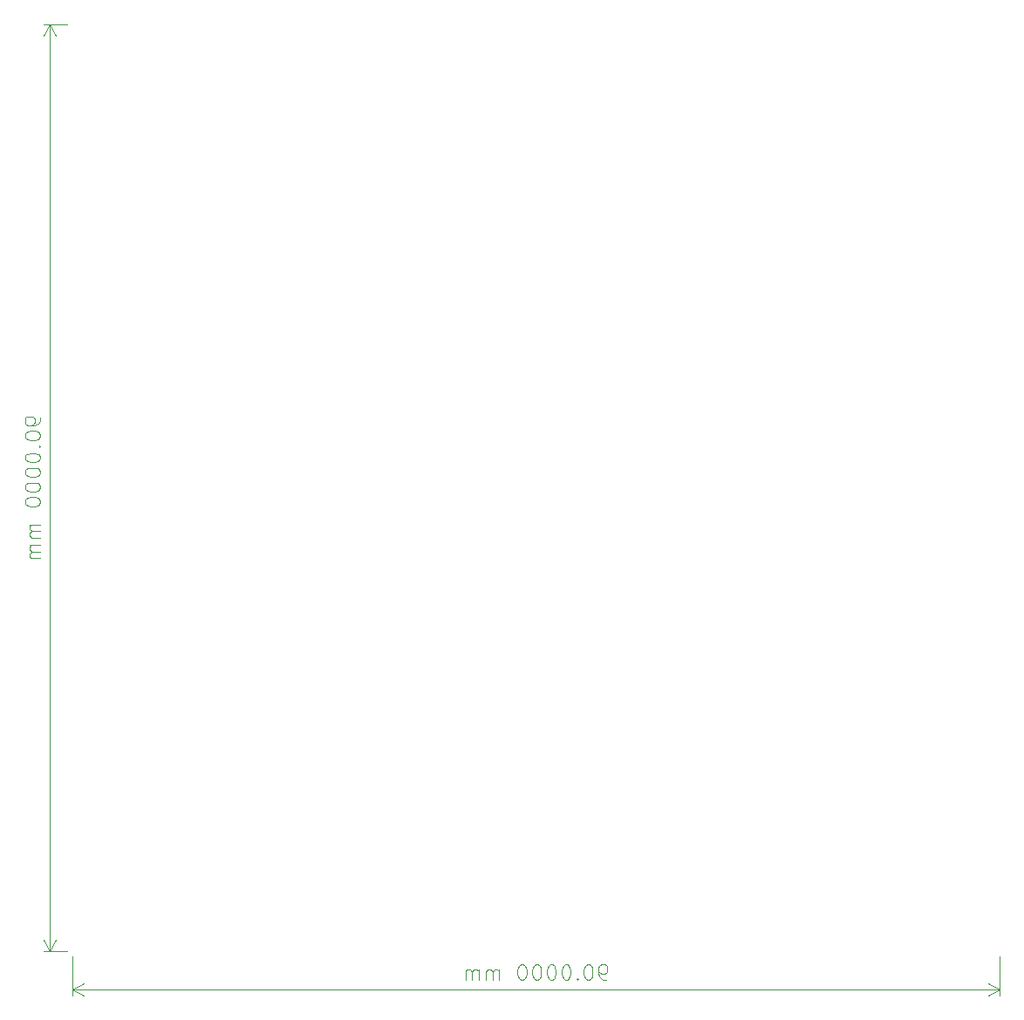
<source format=gbr>
%TF.GenerationSoftware,KiCad,Pcbnew,8.0.8-8.0.8-0~ubuntu24.04.1*%
%TF.CreationDate,2025-02-07T22:42:51+09:00*%
%TF.ProjectId,Accurate,41636375-7261-4746-952e-6b696361645f,rev?*%
%TF.SameCoordinates,Original*%
%TF.FileFunction,Legend,Bot*%
%TF.FilePolarity,Positive*%
%FSLAX46Y46*%
G04 Gerber Fmt 4.6, Leading zero omitted, Abs format (unit mm)*
G04 Created by KiCad (PCBNEW 8.0.8-8.0.8-0~ubuntu24.04.1) date 2025-02-07 22:42:51*
%MOMM*%
%LPD*%
G01*
G04 APERTURE LIST*
%ADD10C,0.100000*%
G04 APERTURE END LIST*
D10*
X101888728Y-93214287D02*
X101888728Y-93500001D01*
X101888728Y-93500001D02*
X101817300Y-93642858D01*
X101817300Y-93642858D02*
X101745871Y-93714287D01*
X101745871Y-93714287D02*
X101531585Y-93857144D01*
X101531585Y-93857144D02*
X101245871Y-93928573D01*
X101245871Y-93928573D02*
X100674442Y-93928573D01*
X100674442Y-93928573D02*
X100531585Y-93857144D01*
X100531585Y-93857144D02*
X100460157Y-93785716D01*
X100460157Y-93785716D02*
X100388728Y-93642858D01*
X100388728Y-93642858D02*
X100388728Y-93357144D01*
X100388728Y-93357144D02*
X100460157Y-93214287D01*
X100460157Y-93214287D02*
X100531585Y-93142858D01*
X100531585Y-93142858D02*
X100674442Y-93071430D01*
X100674442Y-93071430D02*
X101031585Y-93071430D01*
X101031585Y-93071430D02*
X101174442Y-93142858D01*
X101174442Y-93142858D02*
X101245871Y-93214287D01*
X101245871Y-93214287D02*
X101317300Y-93357144D01*
X101317300Y-93357144D02*
X101317300Y-93642858D01*
X101317300Y-93642858D02*
X101245871Y-93785716D01*
X101245871Y-93785716D02*
X101174442Y-93857144D01*
X101174442Y-93857144D02*
X101031585Y-93928573D01*
X100388728Y-94857144D02*
X100388728Y-95000001D01*
X100388728Y-95000001D02*
X100460157Y-95142858D01*
X100460157Y-95142858D02*
X100531585Y-95214287D01*
X100531585Y-95214287D02*
X100674442Y-95285715D01*
X100674442Y-95285715D02*
X100960157Y-95357144D01*
X100960157Y-95357144D02*
X101317300Y-95357144D01*
X101317300Y-95357144D02*
X101603014Y-95285715D01*
X101603014Y-95285715D02*
X101745871Y-95214287D01*
X101745871Y-95214287D02*
X101817300Y-95142858D01*
X101817300Y-95142858D02*
X101888728Y-95000001D01*
X101888728Y-95000001D02*
X101888728Y-94857144D01*
X101888728Y-94857144D02*
X101817300Y-94714287D01*
X101817300Y-94714287D02*
X101745871Y-94642858D01*
X101745871Y-94642858D02*
X101603014Y-94571429D01*
X101603014Y-94571429D02*
X101317300Y-94500001D01*
X101317300Y-94500001D02*
X100960157Y-94500001D01*
X100960157Y-94500001D02*
X100674442Y-94571429D01*
X100674442Y-94571429D02*
X100531585Y-94642858D01*
X100531585Y-94642858D02*
X100460157Y-94714287D01*
X100460157Y-94714287D02*
X100388728Y-94857144D01*
X101745871Y-96000000D02*
X101817300Y-96071429D01*
X101817300Y-96071429D02*
X101888728Y-96000000D01*
X101888728Y-96000000D02*
X101817300Y-95928572D01*
X101817300Y-95928572D02*
X101745871Y-96000000D01*
X101745871Y-96000000D02*
X101888728Y-96000000D01*
X100388728Y-97000001D02*
X100388728Y-97142858D01*
X100388728Y-97142858D02*
X100460157Y-97285715D01*
X100460157Y-97285715D02*
X100531585Y-97357144D01*
X100531585Y-97357144D02*
X100674442Y-97428572D01*
X100674442Y-97428572D02*
X100960157Y-97500001D01*
X100960157Y-97500001D02*
X101317300Y-97500001D01*
X101317300Y-97500001D02*
X101603014Y-97428572D01*
X101603014Y-97428572D02*
X101745871Y-97357144D01*
X101745871Y-97357144D02*
X101817300Y-97285715D01*
X101817300Y-97285715D02*
X101888728Y-97142858D01*
X101888728Y-97142858D02*
X101888728Y-97000001D01*
X101888728Y-97000001D02*
X101817300Y-96857144D01*
X101817300Y-96857144D02*
X101745871Y-96785715D01*
X101745871Y-96785715D02*
X101603014Y-96714286D01*
X101603014Y-96714286D02*
X101317300Y-96642858D01*
X101317300Y-96642858D02*
X100960157Y-96642858D01*
X100960157Y-96642858D02*
X100674442Y-96714286D01*
X100674442Y-96714286D02*
X100531585Y-96785715D01*
X100531585Y-96785715D02*
X100460157Y-96857144D01*
X100460157Y-96857144D02*
X100388728Y-97000001D01*
X100388728Y-98428572D02*
X100388728Y-98571429D01*
X100388728Y-98571429D02*
X100460157Y-98714286D01*
X100460157Y-98714286D02*
X100531585Y-98785715D01*
X100531585Y-98785715D02*
X100674442Y-98857143D01*
X100674442Y-98857143D02*
X100960157Y-98928572D01*
X100960157Y-98928572D02*
X101317300Y-98928572D01*
X101317300Y-98928572D02*
X101603014Y-98857143D01*
X101603014Y-98857143D02*
X101745871Y-98785715D01*
X101745871Y-98785715D02*
X101817300Y-98714286D01*
X101817300Y-98714286D02*
X101888728Y-98571429D01*
X101888728Y-98571429D02*
X101888728Y-98428572D01*
X101888728Y-98428572D02*
X101817300Y-98285715D01*
X101817300Y-98285715D02*
X101745871Y-98214286D01*
X101745871Y-98214286D02*
X101603014Y-98142857D01*
X101603014Y-98142857D02*
X101317300Y-98071429D01*
X101317300Y-98071429D02*
X100960157Y-98071429D01*
X100960157Y-98071429D02*
X100674442Y-98142857D01*
X100674442Y-98142857D02*
X100531585Y-98214286D01*
X100531585Y-98214286D02*
X100460157Y-98285715D01*
X100460157Y-98285715D02*
X100388728Y-98428572D01*
X100388728Y-99857143D02*
X100388728Y-100000000D01*
X100388728Y-100000000D02*
X100460157Y-100142857D01*
X100460157Y-100142857D02*
X100531585Y-100214286D01*
X100531585Y-100214286D02*
X100674442Y-100285714D01*
X100674442Y-100285714D02*
X100960157Y-100357143D01*
X100960157Y-100357143D02*
X101317300Y-100357143D01*
X101317300Y-100357143D02*
X101603014Y-100285714D01*
X101603014Y-100285714D02*
X101745871Y-100214286D01*
X101745871Y-100214286D02*
X101817300Y-100142857D01*
X101817300Y-100142857D02*
X101888728Y-100000000D01*
X101888728Y-100000000D02*
X101888728Y-99857143D01*
X101888728Y-99857143D02*
X101817300Y-99714286D01*
X101817300Y-99714286D02*
X101745871Y-99642857D01*
X101745871Y-99642857D02*
X101603014Y-99571428D01*
X101603014Y-99571428D02*
X101317300Y-99500000D01*
X101317300Y-99500000D02*
X100960157Y-99500000D01*
X100960157Y-99500000D02*
X100674442Y-99571428D01*
X100674442Y-99571428D02*
X100531585Y-99642857D01*
X100531585Y-99642857D02*
X100460157Y-99714286D01*
X100460157Y-99714286D02*
X100388728Y-99857143D01*
X100388728Y-101285714D02*
X100388728Y-101428571D01*
X100388728Y-101428571D02*
X100460157Y-101571428D01*
X100460157Y-101571428D02*
X100531585Y-101642857D01*
X100531585Y-101642857D02*
X100674442Y-101714285D01*
X100674442Y-101714285D02*
X100960157Y-101785714D01*
X100960157Y-101785714D02*
X101317300Y-101785714D01*
X101317300Y-101785714D02*
X101603014Y-101714285D01*
X101603014Y-101714285D02*
X101745871Y-101642857D01*
X101745871Y-101642857D02*
X101817300Y-101571428D01*
X101817300Y-101571428D02*
X101888728Y-101428571D01*
X101888728Y-101428571D02*
X101888728Y-101285714D01*
X101888728Y-101285714D02*
X101817300Y-101142857D01*
X101817300Y-101142857D02*
X101745871Y-101071428D01*
X101745871Y-101071428D02*
X101603014Y-100999999D01*
X101603014Y-100999999D02*
X101317300Y-100928571D01*
X101317300Y-100928571D02*
X100960157Y-100928571D01*
X100960157Y-100928571D02*
X100674442Y-100999999D01*
X100674442Y-100999999D02*
X100531585Y-101071428D01*
X100531585Y-101071428D02*
X100460157Y-101142857D01*
X100460157Y-101142857D02*
X100388728Y-101285714D01*
X101888728Y-103571427D02*
X100888728Y-103571427D01*
X101031585Y-103571427D02*
X100960157Y-103642856D01*
X100960157Y-103642856D02*
X100888728Y-103785713D01*
X100888728Y-103785713D02*
X100888728Y-103999999D01*
X100888728Y-103999999D02*
X100960157Y-104142856D01*
X100960157Y-104142856D02*
X101103014Y-104214285D01*
X101103014Y-104214285D02*
X101888728Y-104214285D01*
X101103014Y-104214285D02*
X100960157Y-104285713D01*
X100960157Y-104285713D02*
X100888728Y-104428570D01*
X100888728Y-104428570D02*
X100888728Y-104642856D01*
X100888728Y-104642856D02*
X100960157Y-104785713D01*
X100960157Y-104785713D02*
X101103014Y-104857142D01*
X101103014Y-104857142D02*
X101888728Y-104857142D01*
X101888728Y-105571427D02*
X100888728Y-105571427D01*
X101031585Y-105571427D02*
X100960157Y-105642856D01*
X100960157Y-105642856D02*
X100888728Y-105785713D01*
X100888728Y-105785713D02*
X100888728Y-105999999D01*
X100888728Y-105999999D02*
X100960157Y-106142856D01*
X100960157Y-106142856D02*
X101103014Y-106214285D01*
X101103014Y-106214285D02*
X101888728Y-106214285D01*
X101103014Y-106214285D02*
X100960157Y-106285713D01*
X100960157Y-106285713D02*
X100888728Y-106428570D01*
X100888728Y-106428570D02*
X100888728Y-106642856D01*
X100888728Y-106642856D02*
X100960157Y-106785713D01*
X100960157Y-106785713D02*
X101103014Y-106857142D01*
X101103014Y-106857142D02*
X101888728Y-106857142D01*
X104500000Y-55000000D02*
X102213580Y-55000000D01*
X104500000Y-145000000D02*
X102213580Y-145000000D01*
X102800000Y-55000000D02*
X102800000Y-145000000D01*
X102800000Y-55000000D02*
X102800000Y-145000000D01*
X102800000Y-55000000D02*
X103386421Y-56126504D01*
X102800000Y-55000000D02*
X102213579Y-56126504D01*
X102800000Y-145000000D02*
X102213579Y-143873496D01*
X102800000Y-145000000D02*
X103386421Y-143873496D01*
X156785712Y-147788728D02*
X156499998Y-147788728D01*
X156499998Y-147788728D02*
X156357141Y-147717300D01*
X156357141Y-147717300D02*
X156285712Y-147645871D01*
X156285712Y-147645871D02*
X156142855Y-147431585D01*
X156142855Y-147431585D02*
X156071426Y-147145871D01*
X156071426Y-147145871D02*
X156071426Y-146574442D01*
X156071426Y-146574442D02*
X156142855Y-146431585D01*
X156142855Y-146431585D02*
X156214284Y-146360157D01*
X156214284Y-146360157D02*
X156357141Y-146288728D01*
X156357141Y-146288728D02*
X156642855Y-146288728D01*
X156642855Y-146288728D02*
X156785712Y-146360157D01*
X156785712Y-146360157D02*
X156857141Y-146431585D01*
X156857141Y-146431585D02*
X156928569Y-146574442D01*
X156928569Y-146574442D02*
X156928569Y-146931585D01*
X156928569Y-146931585D02*
X156857141Y-147074442D01*
X156857141Y-147074442D02*
X156785712Y-147145871D01*
X156785712Y-147145871D02*
X156642855Y-147217300D01*
X156642855Y-147217300D02*
X156357141Y-147217300D01*
X156357141Y-147217300D02*
X156214284Y-147145871D01*
X156214284Y-147145871D02*
X156142855Y-147074442D01*
X156142855Y-147074442D02*
X156071426Y-146931585D01*
X155142855Y-146288728D02*
X154999998Y-146288728D01*
X154999998Y-146288728D02*
X154857141Y-146360157D01*
X154857141Y-146360157D02*
X154785713Y-146431585D01*
X154785713Y-146431585D02*
X154714284Y-146574442D01*
X154714284Y-146574442D02*
X154642855Y-146860157D01*
X154642855Y-146860157D02*
X154642855Y-147217300D01*
X154642855Y-147217300D02*
X154714284Y-147503014D01*
X154714284Y-147503014D02*
X154785713Y-147645871D01*
X154785713Y-147645871D02*
X154857141Y-147717300D01*
X154857141Y-147717300D02*
X154999998Y-147788728D01*
X154999998Y-147788728D02*
X155142855Y-147788728D01*
X155142855Y-147788728D02*
X155285713Y-147717300D01*
X155285713Y-147717300D02*
X155357141Y-147645871D01*
X155357141Y-147645871D02*
X155428570Y-147503014D01*
X155428570Y-147503014D02*
X155499998Y-147217300D01*
X155499998Y-147217300D02*
X155499998Y-146860157D01*
X155499998Y-146860157D02*
X155428570Y-146574442D01*
X155428570Y-146574442D02*
X155357141Y-146431585D01*
X155357141Y-146431585D02*
X155285713Y-146360157D01*
X155285713Y-146360157D02*
X155142855Y-146288728D01*
X153999999Y-147645871D02*
X153928570Y-147717300D01*
X153928570Y-147717300D02*
X153999999Y-147788728D01*
X153999999Y-147788728D02*
X154071427Y-147717300D01*
X154071427Y-147717300D02*
X153999999Y-147645871D01*
X153999999Y-147645871D02*
X153999999Y-147788728D01*
X152999998Y-146288728D02*
X152857141Y-146288728D01*
X152857141Y-146288728D02*
X152714284Y-146360157D01*
X152714284Y-146360157D02*
X152642856Y-146431585D01*
X152642856Y-146431585D02*
X152571427Y-146574442D01*
X152571427Y-146574442D02*
X152499998Y-146860157D01*
X152499998Y-146860157D02*
X152499998Y-147217300D01*
X152499998Y-147217300D02*
X152571427Y-147503014D01*
X152571427Y-147503014D02*
X152642856Y-147645871D01*
X152642856Y-147645871D02*
X152714284Y-147717300D01*
X152714284Y-147717300D02*
X152857141Y-147788728D01*
X152857141Y-147788728D02*
X152999998Y-147788728D01*
X152999998Y-147788728D02*
X153142856Y-147717300D01*
X153142856Y-147717300D02*
X153214284Y-147645871D01*
X153214284Y-147645871D02*
X153285713Y-147503014D01*
X153285713Y-147503014D02*
X153357141Y-147217300D01*
X153357141Y-147217300D02*
X153357141Y-146860157D01*
X153357141Y-146860157D02*
X153285713Y-146574442D01*
X153285713Y-146574442D02*
X153214284Y-146431585D01*
X153214284Y-146431585D02*
X153142856Y-146360157D01*
X153142856Y-146360157D02*
X152999998Y-146288728D01*
X151571427Y-146288728D02*
X151428570Y-146288728D01*
X151428570Y-146288728D02*
X151285713Y-146360157D01*
X151285713Y-146360157D02*
X151214285Y-146431585D01*
X151214285Y-146431585D02*
X151142856Y-146574442D01*
X151142856Y-146574442D02*
X151071427Y-146860157D01*
X151071427Y-146860157D02*
X151071427Y-147217300D01*
X151071427Y-147217300D02*
X151142856Y-147503014D01*
X151142856Y-147503014D02*
X151214285Y-147645871D01*
X151214285Y-147645871D02*
X151285713Y-147717300D01*
X151285713Y-147717300D02*
X151428570Y-147788728D01*
X151428570Y-147788728D02*
X151571427Y-147788728D01*
X151571427Y-147788728D02*
X151714285Y-147717300D01*
X151714285Y-147717300D02*
X151785713Y-147645871D01*
X151785713Y-147645871D02*
X151857142Y-147503014D01*
X151857142Y-147503014D02*
X151928570Y-147217300D01*
X151928570Y-147217300D02*
X151928570Y-146860157D01*
X151928570Y-146860157D02*
X151857142Y-146574442D01*
X151857142Y-146574442D02*
X151785713Y-146431585D01*
X151785713Y-146431585D02*
X151714285Y-146360157D01*
X151714285Y-146360157D02*
X151571427Y-146288728D01*
X150142856Y-146288728D02*
X149999999Y-146288728D01*
X149999999Y-146288728D02*
X149857142Y-146360157D01*
X149857142Y-146360157D02*
X149785714Y-146431585D01*
X149785714Y-146431585D02*
X149714285Y-146574442D01*
X149714285Y-146574442D02*
X149642856Y-146860157D01*
X149642856Y-146860157D02*
X149642856Y-147217300D01*
X149642856Y-147217300D02*
X149714285Y-147503014D01*
X149714285Y-147503014D02*
X149785714Y-147645871D01*
X149785714Y-147645871D02*
X149857142Y-147717300D01*
X149857142Y-147717300D02*
X149999999Y-147788728D01*
X149999999Y-147788728D02*
X150142856Y-147788728D01*
X150142856Y-147788728D02*
X150285714Y-147717300D01*
X150285714Y-147717300D02*
X150357142Y-147645871D01*
X150357142Y-147645871D02*
X150428571Y-147503014D01*
X150428571Y-147503014D02*
X150499999Y-147217300D01*
X150499999Y-147217300D02*
X150499999Y-146860157D01*
X150499999Y-146860157D02*
X150428571Y-146574442D01*
X150428571Y-146574442D02*
X150357142Y-146431585D01*
X150357142Y-146431585D02*
X150285714Y-146360157D01*
X150285714Y-146360157D02*
X150142856Y-146288728D01*
X148714285Y-146288728D02*
X148571428Y-146288728D01*
X148571428Y-146288728D02*
X148428571Y-146360157D01*
X148428571Y-146360157D02*
X148357143Y-146431585D01*
X148357143Y-146431585D02*
X148285714Y-146574442D01*
X148285714Y-146574442D02*
X148214285Y-146860157D01*
X148214285Y-146860157D02*
X148214285Y-147217300D01*
X148214285Y-147217300D02*
X148285714Y-147503014D01*
X148285714Y-147503014D02*
X148357143Y-147645871D01*
X148357143Y-147645871D02*
X148428571Y-147717300D01*
X148428571Y-147717300D02*
X148571428Y-147788728D01*
X148571428Y-147788728D02*
X148714285Y-147788728D01*
X148714285Y-147788728D02*
X148857143Y-147717300D01*
X148857143Y-147717300D02*
X148928571Y-147645871D01*
X148928571Y-147645871D02*
X149000000Y-147503014D01*
X149000000Y-147503014D02*
X149071428Y-147217300D01*
X149071428Y-147217300D02*
X149071428Y-146860157D01*
X149071428Y-146860157D02*
X149000000Y-146574442D01*
X149000000Y-146574442D02*
X148928571Y-146431585D01*
X148928571Y-146431585D02*
X148857143Y-146360157D01*
X148857143Y-146360157D02*
X148714285Y-146288728D01*
X146428572Y-147788728D02*
X146428572Y-146788728D01*
X146428572Y-146931585D02*
X146357143Y-146860157D01*
X146357143Y-146860157D02*
X146214286Y-146788728D01*
X146214286Y-146788728D02*
X146000000Y-146788728D01*
X146000000Y-146788728D02*
X145857143Y-146860157D01*
X145857143Y-146860157D02*
X145785715Y-147003014D01*
X145785715Y-147003014D02*
X145785715Y-147788728D01*
X145785715Y-147003014D02*
X145714286Y-146860157D01*
X145714286Y-146860157D02*
X145571429Y-146788728D01*
X145571429Y-146788728D02*
X145357143Y-146788728D01*
X145357143Y-146788728D02*
X145214286Y-146860157D01*
X145214286Y-146860157D02*
X145142857Y-147003014D01*
X145142857Y-147003014D02*
X145142857Y-147788728D01*
X144428572Y-147788728D02*
X144428572Y-146788728D01*
X144428572Y-146931585D02*
X144357143Y-146860157D01*
X144357143Y-146860157D02*
X144214286Y-146788728D01*
X144214286Y-146788728D02*
X144000000Y-146788728D01*
X144000000Y-146788728D02*
X143857143Y-146860157D01*
X143857143Y-146860157D02*
X143785715Y-147003014D01*
X143785715Y-147003014D02*
X143785715Y-147788728D01*
X143785715Y-147003014D02*
X143714286Y-146860157D01*
X143714286Y-146860157D02*
X143571429Y-146788728D01*
X143571429Y-146788728D02*
X143357143Y-146788728D01*
X143357143Y-146788728D02*
X143214286Y-146860157D01*
X143214286Y-146860157D02*
X143142857Y-147003014D01*
X143142857Y-147003014D02*
X143142857Y-147788728D01*
X105000000Y-145500000D02*
X105000000Y-149286420D01*
X195000000Y-145500000D02*
X195000000Y-149286420D01*
X105000000Y-148700000D02*
X195000000Y-148700000D01*
X105000000Y-148700000D02*
X195000000Y-148700000D01*
X105000000Y-148700000D02*
X106126504Y-148113579D01*
X105000000Y-148700000D02*
X106126504Y-149286421D01*
X195000000Y-148700000D02*
X193873496Y-149286421D01*
X195000000Y-148700000D02*
X193873496Y-148113579D01*
M02*

</source>
